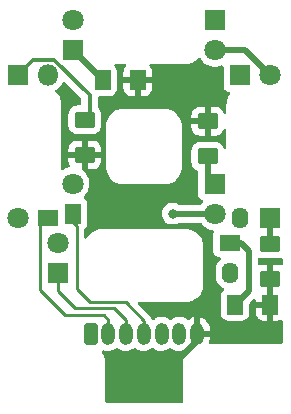
<source format=gbr>
%TF.GenerationSoftware,KiCad,Pcbnew,(6.0.7)*%
%TF.CreationDate,2022-08-28T13:45:58-07:00*%
%TF.ProjectId,cluster,636c7573-7465-4722-9e6b-696361645f70,rev?*%
%TF.SameCoordinates,Original*%
%TF.FileFunction,Copper,L2,Bot*%
%TF.FilePolarity,Positive*%
%FSLAX46Y46*%
G04 Gerber Fmt 4.6, Leading zero omitted, Abs format (unit mm)*
G04 Created by KiCad (PCBNEW (6.0.7)) date 2022-08-28 13:45:58*
%MOMM*%
%LPD*%
G01*
G04 APERTURE LIST*
G04 Aperture macros list*
%AMRoundRect*
0 Rectangle with rounded corners*
0 $1 Rounding radius*
0 $2 $3 $4 $5 $6 $7 $8 $9 X,Y pos of 4 corners*
0 Add a 4 corners polygon primitive as box body*
4,1,4,$2,$3,$4,$5,$6,$7,$8,$9,$2,$3,0*
0 Add four circle primitives for the rounded corners*
1,1,$1+$1,$2,$3*
1,1,$1+$1,$4,$5*
1,1,$1+$1,$6,$7*
1,1,$1+$1,$8,$9*
0 Add four rect primitives between the rounded corners*
20,1,$1+$1,$2,$3,$4,$5,0*
20,1,$1+$1,$4,$5,$6,$7,0*
20,1,$1+$1,$6,$7,$8,$9,0*
20,1,$1+$1,$8,$9,$2,$3,0*%
G04 Aperture macros list end*
%TA.AperFunction,SMDPad,CuDef*%
%ADD10RoundRect,0.250001X0.462499X0.624999X-0.462499X0.624999X-0.462499X-0.624999X0.462499X-0.624999X0*%
%TD*%
%TA.AperFunction,ComponentPad*%
%ADD11C,1.800000*%
%TD*%
%TA.AperFunction,ComponentPad*%
%ADD12R,1.400000X1.800000*%
%TD*%
%TA.AperFunction,ComponentPad*%
%ADD13O,1.170000X1.870000*%
%TD*%
%TA.AperFunction,ComponentPad*%
%ADD14RoundRect,0.250380X-0.334620X-0.684620X0.334620X-0.684620X0.334620X0.684620X-0.334620X0.684620X0*%
%TD*%
%TA.AperFunction,ComponentPad*%
%ADD15R,1.800000X1.800000*%
%TD*%
%TA.AperFunction,SMDPad,CuDef*%
%ADD16RoundRect,0.250001X-0.624999X0.462499X-0.624999X-0.462499X0.624999X-0.462499X0.624999X0.462499X0*%
%TD*%
%TA.AperFunction,SMDPad,CuDef*%
%ADD17RoundRect,0.250001X0.624999X-0.462499X0.624999X0.462499X-0.624999X0.462499X-0.624999X-0.462499X0*%
%TD*%
%TA.AperFunction,ComponentPad*%
%ADD18O,1.400000X1.800000*%
%TD*%
%TA.AperFunction,ComponentPad*%
%ADD19R,1.800000X1.400000*%
%TD*%
%TA.AperFunction,ComponentPad*%
%ADD20O,1.800000X1.800000*%
%TD*%
%TA.AperFunction,ViaPad*%
%ADD21C,0.800000*%
%TD*%
%TA.AperFunction,Conductor*%
%ADD22C,0.500000*%
%TD*%
%TA.AperFunction,Conductor*%
%ADD23C,0.350000*%
%TD*%
%TA.AperFunction,Conductor*%
%ADD24C,0.250000*%
%TD*%
G04 APERTURE END LIST*
D10*
%TO.P,R4,1*%
%TO.N,GND*%
X161940000Y-69935000D03*
%TO.P,R4,2*%
%TO.N,Net-(IR4-Pad1)*%
X158965000Y-69935000D03*
%TD*%
D11*
%TO.P,PT3,2*%
%TO.N,+5V*%
X156425000Y-78705000D03*
D12*
%TO.P,PT3,1*%
%TO.N,C3*%
X156425000Y-81245000D03*
%TD*%
D13*
%TO.P,J1,2*%
%TO.N,C1*%
X159450000Y-91420000D03*
%TO.P,J1,3*%
%TO.N,C2*%
X160950000Y-91420000D03*
%TO.P,J1,5*%
%TO.N,C4*%
X163950000Y-91420000D03*
%TO.P,J1,4*%
%TO.N,C3*%
X162450000Y-91420000D03*
%TO.P,J1,6*%
%TO.N,C5*%
X165450000Y-91420000D03*
D14*
%TO.P,J1,1*%
%TO.N,+5V*%
X157950000Y-91420000D03*
D13*
%TO.P,J1,7*%
%TO.N,GND*%
X166950000Y-91420000D03*
%TD*%
D11*
%TO.P,IR3,2*%
%TO.N,+5V*%
X168475000Y-81245000D03*
D15*
%TO.P,IR3,1*%
%TO.N,Net-(IR3-Pad1)*%
X168475000Y-78705000D03*
%TD*%
D11*
%TO.P,IR4,2*%
%TO.N,+5V*%
X156425000Y-64855000D03*
D15*
%TO.P,IR4,1*%
%TO.N,Net-(IR4-Pad1)*%
X156425000Y-67395000D03*
%TD*%
D16*
%TO.P,R3,2*%
%TO.N,Net-(IR3-Pad1)*%
X167855000Y-76382500D03*
%TO.P,R3,1*%
%TO.N,GND*%
X167855000Y-73407500D03*
%TD*%
D11*
%TO.P,PT4,2*%
%TO.N,+5V*%
X168475000Y-67395000D03*
D15*
%TO.P,PT4,1*%
%TO.N,C4*%
X168475000Y-64855000D03*
%TD*%
D11*
%TO.P,PT2,2*%
%TO.N,+5V*%
X155175000Y-83705000D03*
D15*
%TO.P,PT2,1*%
%TO.N,C2*%
X155175000Y-86245000D03*
%TD*%
D17*
%TO.P,R1,2*%
%TO.N,Net-(IR1-Pad1)*%
X157449999Y-73300000D03*
%TO.P,R1,1*%
%TO.N,GND*%
X157449999Y-76275000D03*
%TD*%
D10*
%TO.P,R2,1*%
%TO.N,GND*%
X173135000Y-88955000D03*
%TO.P,R2,2*%
%TO.N,Net-(IR2-Pad1)*%
X170160000Y-88955000D03*
%TD*%
D18*
%TO.P,IR2,2*%
%TO.N,+5V*%
X169725000Y-86245000D03*
D19*
%TO.P,IR2,1*%
%TO.N,Net-(IR2-Pad1)*%
X169725000Y-83705000D03*
%TD*%
D11*
%TO.P,PT5,2*%
%TO.N,+5V*%
X173145000Y-69525000D03*
D15*
%TO.P,PT5,1*%
%TO.N,C5*%
X170605000Y-69525000D03*
%TD*%
D11*
%TO.P,PT1,2*%
%TO.N,+5V*%
X151755000Y-81575000D03*
D19*
%TO.P,PT1,1*%
%TO.N,C1*%
X154295000Y-81575000D03*
%TD*%
D17*
%TO.P,R5,2*%
%TO.N,Net-(IR5-Pad1)*%
X173135000Y-83805000D03*
%TO.P,R5,1*%
%TO.N,GND*%
X173135000Y-86780000D03*
%TD*%
D18*
%TO.P,IR5,2*%
%TO.N,+5V*%
X170605000Y-81575000D03*
D15*
%TO.P,IR5,1*%
%TO.N,Net-(IR5-Pad1)*%
X173145000Y-81575000D03*
%TD*%
D20*
%TO.P,IR1,2*%
%TO.N,+5V*%
X154295000Y-69525000D03*
D15*
%TO.P,IR1,1*%
%TO.N,Net-(IR1-Pad1)*%
X151755000Y-69525000D03*
%TD*%
D21*
%TO.N,+5V*%
X164875008Y-81245000D03*
%TD*%
D22*
%TO.N,+5V*%
X171015000Y-67395000D02*
X173145000Y-69525000D01*
X168475000Y-67395000D02*
X171015000Y-67395000D01*
X168475000Y-81245000D02*
X164875008Y-81245000D01*
D23*
%TO.N,Net-(IR1-Pad1)*%
X157849999Y-71220000D02*
X157849999Y-73300000D01*
X154829999Y-68200000D02*
X157849999Y-71220000D01*
X153080000Y-68200000D02*
X154829999Y-68200000D01*
X151755000Y-69525000D02*
X153080000Y-68200000D01*
D22*
%TO.N,Net-(IR2-Pad1)*%
X171350000Y-84400001D02*
X171350000Y-87765000D01*
X169725000Y-83705000D02*
X170654999Y-83705000D01*
X170654999Y-83705000D02*
X171350000Y-84400001D01*
X171350000Y-87765000D02*
X170160000Y-88955000D01*
D24*
%TO.N,Net-(IR3-Pad1)*%
X167855000Y-78085000D02*
X168475000Y-78705000D01*
D22*
X167855000Y-76382500D02*
X167855000Y-78085000D01*
%TO.N,Net-(IR4-Pad1)*%
X156425000Y-67395000D02*
X158965000Y-69935000D01*
D24*
%TO.N,Net-(IR5-Pad1)*%
X173135000Y-81585000D02*
X173145000Y-81575000D01*
D22*
X173135000Y-83805000D02*
X173135000Y-81585000D01*
D24*
%TO.N,C1*%
X154295000Y-81575000D02*
X153675000Y-82195000D01*
X155775000Y-89845000D02*
X159060000Y-89845000D01*
X159060000Y-89845000D02*
X159450000Y-90235000D01*
X153675000Y-82195000D02*
X153675000Y-87745000D01*
X159450000Y-90235000D02*
X159450000Y-91420000D01*
X159449999Y-90610000D02*
X159449999Y-90619999D01*
X153675000Y-87745000D02*
X155775000Y-89845000D01*
%TO.N,C2*%
X156645000Y-89245000D02*
X159927500Y-89245000D01*
X155175000Y-86245000D02*
X155175000Y-87775000D01*
X160950000Y-90267500D02*
X160950000Y-91420000D01*
X155175000Y-87775000D02*
X156645000Y-89245000D01*
X159927500Y-89245000D02*
X160950000Y-90267500D01*
%TO.N,C3*%
X157895000Y-88745000D02*
X160895000Y-88745000D01*
X156425000Y-81975000D02*
X156750000Y-82300000D01*
X156750000Y-82300000D02*
X156750000Y-87600000D01*
X162450000Y-90300000D02*
X162450000Y-91420000D01*
X160895000Y-88745000D02*
X162450000Y-90300000D01*
X156750000Y-87600000D02*
X157895000Y-88745000D01*
D22*
%TO.N,GND*%
X162550000Y-96270000D02*
X162450000Y-96270000D01*
D24*
X156835000Y-75875000D02*
X156874999Y-75875000D01*
D22*
X166950000Y-91770000D02*
X166950000Y-91870000D01*
X166950000Y-92000000D02*
X162450000Y-96500000D01*
D24*
X166950000Y-91420000D02*
X166950000Y-92000000D01*
%TD*%
%TA.AperFunction,Conductor*%
%TO.N,GND*%
G36*
X164762776Y-92624452D02*
G01*
X164782156Y-92638290D01*
X164812113Y-92664285D01*
X164992726Y-92768772D01*
X165066732Y-92794471D01*
X165184182Y-92835257D01*
X165184186Y-92835258D01*
X165189839Y-92837221D01*
X165309597Y-92854586D01*
X165390400Y-92866302D01*
X165390403Y-92866302D01*
X165396340Y-92867163D01*
X165604776Y-92857515D01*
X165743549Y-92824071D01*
X165801795Y-92810034D01*
X165801797Y-92810033D01*
X165807628Y-92808628D01*
X165816797Y-92804459D01*
X165887087Y-92794471D01*
X165951619Y-92824071D01*
X165989904Y-92883860D01*
X165989787Y-92954857D01*
X165977305Y-92982129D01*
X165977728Y-92982360D01*
X165874315Y-93171746D01*
X165851546Y-93232792D01*
X165821373Y-93313691D01*
X165798908Y-93373921D01*
X165753041Y-93584770D01*
X165745470Y-93690631D01*
X165739988Y-93767275D01*
X165738808Y-93777675D01*
X165737690Y-93784851D01*
X165737690Y-93784855D01*
X165736309Y-93793724D01*
X165737473Y-93802626D01*
X165737473Y-93802628D01*
X165740436Y-93825283D01*
X165741500Y-93841621D01*
X165741500Y-97119000D01*
X165721498Y-97187121D01*
X165667842Y-97233614D01*
X165615500Y-97245000D01*
X159284500Y-97245000D01*
X159216379Y-97224998D01*
X159169886Y-97171342D01*
X159158500Y-97119000D01*
X159158500Y-93853250D01*
X159160246Y-93832345D01*
X159162770Y-93817344D01*
X159162770Y-93817341D01*
X159163576Y-93812552D01*
X159163729Y-93800000D01*
X159161611Y-93785210D01*
X159160662Y-93776357D01*
X159147280Y-93589258D01*
X159146959Y-93584770D01*
X159101092Y-93373921D01*
X159078628Y-93313691D01*
X159048454Y-93232792D01*
X159025685Y-93171746D01*
X158922272Y-92982360D01*
X158921735Y-92981643D01*
X158901991Y-92914397D01*
X158921994Y-92846277D01*
X158975650Y-92799785D01*
X159045924Y-92789682D01*
X159069322Y-92795370D01*
X159189839Y-92837221D01*
X159309597Y-92854586D01*
X159390400Y-92866302D01*
X159390403Y-92866302D01*
X159396340Y-92867163D01*
X159604776Y-92857515D01*
X159743549Y-92824071D01*
X159801795Y-92810034D01*
X159801797Y-92810033D01*
X159807628Y-92808628D01*
X159813086Y-92806146D01*
X159813090Y-92806145D01*
X159978144Y-92731099D01*
X159997576Y-92722264D01*
X160088398Y-92657839D01*
X160126677Y-92630686D01*
X160193811Y-92607588D01*
X160262776Y-92624452D01*
X160282156Y-92638290D01*
X160312113Y-92664285D01*
X160492726Y-92768772D01*
X160566732Y-92794471D01*
X160684182Y-92835257D01*
X160684186Y-92835258D01*
X160689839Y-92837221D01*
X160809597Y-92854586D01*
X160890400Y-92866302D01*
X160890403Y-92866302D01*
X160896340Y-92867163D01*
X161104776Y-92857515D01*
X161243549Y-92824071D01*
X161301795Y-92810034D01*
X161301797Y-92810033D01*
X161307628Y-92808628D01*
X161313086Y-92806146D01*
X161313090Y-92806145D01*
X161478144Y-92731099D01*
X161497576Y-92722264D01*
X161588398Y-92657839D01*
X161626677Y-92630686D01*
X161693811Y-92607588D01*
X161762776Y-92624452D01*
X161782156Y-92638290D01*
X161812113Y-92664285D01*
X161992726Y-92768772D01*
X162066732Y-92794471D01*
X162184182Y-92835257D01*
X162184186Y-92835258D01*
X162189839Y-92837221D01*
X162309597Y-92854586D01*
X162390400Y-92866302D01*
X162390403Y-92866302D01*
X162396340Y-92867163D01*
X162604776Y-92857515D01*
X162743549Y-92824071D01*
X162801795Y-92810034D01*
X162801797Y-92810033D01*
X162807628Y-92808628D01*
X162813086Y-92806146D01*
X162813090Y-92806145D01*
X162978144Y-92731099D01*
X162997576Y-92722264D01*
X163088398Y-92657839D01*
X163126677Y-92630686D01*
X163193811Y-92607588D01*
X163262776Y-92624452D01*
X163282156Y-92638290D01*
X163312113Y-92664285D01*
X163492726Y-92768772D01*
X163566732Y-92794471D01*
X163684182Y-92835257D01*
X163684186Y-92835258D01*
X163689839Y-92837221D01*
X163809597Y-92854586D01*
X163890400Y-92866302D01*
X163890403Y-92866302D01*
X163896340Y-92867163D01*
X164104776Y-92857515D01*
X164243549Y-92824071D01*
X164301795Y-92810034D01*
X164301797Y-92810033D01*
X164307628Y-92808628D01*
X164313086Y-92806146D01*
X164313090Y-92806145D01*
X164478144Y-92731099D01*
X164497576Y-92722264D01*
X164588398Y-92657839D01*
X164626677Y-92630686D01*
X164693811Y-92607588D01*
X164762776Y-92624452D01*
G37*
%TD.AperFunction*%
%TA.AperFunction,Conductor*%
G36*
X167200393Y-68062114D02*
G01*
X167257229Y-68104661D01*
X167263791Y-68114330D01*
X167334501Y-68229719D01*
X167486147Y-68404784D01*
X167664349Y-68552730D01*
X167864322Y-68669584D01*
X168080694Y-68752209D01*
X168085760Y-68753240D01*
X168085761Y-68753240D01*
X168138846Y-68764040D01*
X168307656Y-68798385D01*
X168438324Y-68803176D01*
X168533949Y-68806683D01*
X168533953Y-68806683D01*
X168539113Y-68806872D01*
X168544233Y-68806216D01*
X168544235Y-68806216D01*
X168617270Y-68796860D01*
X168768847Y-68777442D01*
X168773795Y-68775957D01*
X168773802Y-68775956D01*
X168985747Y-68712369D01*
X168990690Y-68710886D01*
X169015067Y-68698944D01*
X169085040Y-68686937D01*
X169150398Y-68714666D01*
X169190388Y-68773329D01*
X169196500Y-68812095D01*
X169196500Y-70473134D01*
X169203255Y-70535316D01*
X169254385Y-70671705D01*
X169341739Y-70788261D01*
X169458295Y-70875615D01*
X169594684Y-70926745D01*
X169602536Y-70927598D01*
X169602540Y-70927599D01*
X169646059Y-70932326D01*
X169711622Y-70959568D01*
X169752048Y-71017931D01*
X169754504Y-71088885D01*
X169733321Y-71133097D01*
X169677728Y-71207360D01*
X169574315Y-71396746D01*
X169551546Y-71457792D01*
X169521373Y-71538691D01*
X169498908Y-71598921D01*
X169453041Y-71809770D01*
X169445470Y-71915631D01*
X169439988Y-71992275D01*
X169438808Y-72002675D01*
X169437690Y-72009851D01*
X169437690Y-72009855D01*
X169436309Y-72018724D01*
X169437473Y-72027626D01*
X169437473Y-72027628D01*
X169440436Y-72050283D01*
X169441500Y-72066621D01*
X169441500Y-72655975D01*
X169421498Y-72724096D01*
X169367842Y-72770589D01*
X169297568Y-72780693D01*
X169232988Y-72751199D01*
X169195976Y-72695850D01*
X169173413Y-72628219D01*
X169167238Y-72615038D01*
X169081937Y-72477193D01*
X169072901Y-72465792D01*
X168958170Y-72351261D01*
X168946759Y-72342249D01*
X168808755Y-72257182D01*
X168795577Y-72251038D01*
X168641284Y-72199861D01*
X168627919Y-72196995D01*
X168533561Y-72187328D01*
X168527144Y-72187000D01*
X168127115Y-72187000D01*
X168111876Y-72191475D01*
X168110671Y-72192865D01*
X168109000Y-72200548D01*
X168109000Y-74609885D01*
X168113475Y-74625124D01*
X168114865Y-74626329D01*
X168122548Y-74628000D01*
X168527096Y-74628000D01*
X168533611Y-74627663D01*
X168629203Y-74617744D01*
X168642602Y-74614850D01*
X168796783Y-74563412D01*
X168809962Y-74557238D01*
X168947807Y-74471937D01*
X168959208Y-74462901D01*
X169073739Y-74348170D01*
X169082751Y-74336759D01*
X169167818Y-74198755D01*
X169173962Y-74185577D01*
X169195907Y-74119417D01*
X169236338Y-74061057D01*
X169301902Y-74033820D01*
X169371784Y-74046354D01*
X169423795Y-74094678D01*
X169441500Y-74159084D01*
X169441500Y-75629392D01*
X169421498Y-75697513D01*
X169367842Y-75744006D01*
X169297568Y-75754110D01*
X169232988Y-75724616D01*
X169195977Y-75669269D01*
X169173870Y-75603008D01*
X169173869Y-75603006D01*
X169171550Y-75596055D01*
X169078478Y-75445652D01*
X168953303Y-75320695D01*
X168947072Y-75316854D01*
X168808968Y-75231725D01*
X168808966Y-75231724D01*
X168802738Y-75227885D01*
X168642254Y-75174655D01*
X168641389Y-75174368D01*
X168641387Y-75174368D01*
X168634861Y-75172203D01*
X168628025Y-75171503D01*
X168628022Y-75171502D01*
X168584969Y-75167091D01*
X168530400Y-75161500D01*
X167179600Y-75161500D01*
X167176354Y-75161837D01*
X167176350Y-75161837D01*
X167080693Y-75171762D01*
X167080689Y-75171763D01*
X167073835Y-75172474D01*
X167067299Y-75174655D01*
X167067297Y-75174655D01*
X166959669Y-75210563D01*
X166906055Y-75228450D01*
X166755652Y-75321522D01*
X166630695Y-75446697D01*
X166626855Y-75452927D01*
X166626854Y-75452928D01*
X166600479Y-75495717D01*
X166537885Y-75597262D01*
X166482203Y-75765139D01*
X166471500Y-75869600D01*
X166471500Y-76895400D01*
X166482474Y-77001165D01*
X166484655Y-77007701D01*
X166484655Y-77007703D01*
X166504190Y-77066255D01*
X166538450Y-77168945D01*
X166631522Y-77319348D01*
X166756697Y-77444305D01*
X166762927Y-77448145D01*
X166762928Y-77448146D01*
X166892167Y-77527810D01*
X166907262Y-77537115D01*
X166987419Y-77563702D01*
X167045778Y-77604131D01*
X167073015Y-77669695D01*
X167073014Y-77696902D01*
X167066500Y-77756866D01*
X167066500Y-79653134D01*
X167073255Y-79715316D01*
X167124385Y-79851705D01*
X167211739Y-79968261D01*
X167328295Y-80055615D01*
X167336704Y-80058767D01*
X167336705Y-80058768D01*
X167396164Y-80081058D01*
X167452929Y-80123699D01*
X167477629Y-80190261D01*
X167462422Y-80259609D01*
X167443029Y-80286091D01*
X167376639Y-80355564D01*
X167360726Y-80378891D01*
X167324835Y-80431505D01*
X167269923Y-80476507D01*
X167220747Y-80486500D01*
X165417595Y-80486500D01*
X165343536Y-80462437D01*
X165337106Y-80457765D01*
X165337099Y-80457761D01*
X165331760Y-80453882D01*
X165325732Y-80451198D01*
X165325730Y-80451197D01*
X165163327Y-80378891D01*
X165163326Y-80378891D01*
X165157296Y-80376206D01*
X165060184Y-80355564D01*
X164976952Y-80337872D01*
X164976947Y-80337872D01*
X164970495Y-80336500D01*
X164779521Y-80336500D01*
X164773069Y-80337872D01*
X164773064Y-80337872D01*
X164689832Y-80355564D01*
X164592720Y-80376206D01*
X164586690Y-80378891D01*
X164586689Y-80378891D01*
X164424286Y-80451197D01*
X164424284Y-80451198D01*
X164418256Y-80453882D01*
X164412915Y-80457762D01*
X164412914Y-80457763D01*
X164387115Y-80476507D01*
X164263755Y-80566134D01*
X164259334Y-80571044D01*
X164259333Y-80571045D01*
X164248119Y-80583500D01*
X164135968Y-80708056D01*
X164040481Y-80873444D01*
X163981466Y-81055072D01*
X163961504Y-81245000D01*
X163981466Y-81434928D01*
X164040481Y-81616556D01*
X164135968Y-81781944D01*
X164263755Y-81923866D01*
X164362851Y-81995864D01*
X164412912Y-82032235D01*
X164418256Y-82036118D01*
X164424284Y-82038802D01*
X164424286Y-82038803D01*
X164524952Y-82083622D01*
X164592720Y-82113794D01*
X164686120Y-82133647D01*
X164773064Y-82152128D01*
X164773069Y-82152128D01*
X164779521Y-82153500D01*
X164970495Y-82153500D01*
X164976947Y-82152128D01*
X164976952Y-82152128D01*
X165063895Y-82133647D01*
X165157296Y-82113794D01*
X165225064Y-82083622D01*
X165325730Y-82038803D01*
X165325732Y-82038802D01*
X165331760Y-82036118D01*
X165337099Y-82032239D01*
X165337106Y-82032235D01*
X165343536Y-82027563D01*
X165417595Y-82003500D01*
X167217230Y-82003500D01*
X167285351Y-82023502D01*
X167324662Y-82063665D01*
X167331798Y-82075309D01*
X167331801Y-82075314D01*
X167334501Y-82079719D01*
X167486147Y-82254784D01*
X167664349Y-82402730D01*
X167864322Y-82519584D01*
X167869147Y-82521426D01*
X167869148Y-82521427D01*
X167915471Y-82539116D01*
X168080694Y-82602209D01*
X168085755Y-82603239D01*
X168085770Y-82603243D01*
X168263246Y-82639351D01*
X168326011Y-82672532D01*
X168360873Y-82734380D01*
X168356107Y-82807050D01*
X168326029Y-82887282D01*
X168326027Y-82887288D01*
X168323255Y-82894684D01*
X168316500Y-82956866D01*
X168316500Y-84453134D01*
X168323255Y-84515316D01*
X168374385Y-84651705D01*
X168461739Y-84768261D01*
X168578295Y-84855615D01*
X168714684Y-84906745D01*
X168776866Y-84913500D01*
X168843105Y-84913500D01*
X168911226Y-84933502D01*
X168957719Y-84987158D01*
X168967823Y-85057432D01*
X168938329Y-85122012D01*
X168919811Y-85139460D01*
X168903689Y-85151831D01*
X168758503Y-85311389D01*
X168755522Y-85316141D01*
X168648063Y-85487445D01*
X168643866Y-85494135D01*
X168563403Y-85694293D01*
X168519656Y-85905537D01*
X168516500Y-85960275D01*
X168516500Y-86499735D01*
X168530792Y-86659872D01*
X168587716Y-86867952D01*
X168680589Y-87062663D01*
X168806474Y-87237851D01*
X168961392Y-87387977D01*
X169140447Y-87508297D01*
X169184239Y-87527520D01*
X169238572Y-87573215D01*
X169259577Y-87641033D01*
X169240583Y-87709441D01*
X169222764Y-87731910D01*
X169103366Y-87851516D01*
X169103362Y-87851521D01*
X169098195Y-87856697D01*
X169094355Y-87862927D01*
X169094354Y-87862928D01*
X169010729Y-87998593D01*
X169005385Y-88007262D01*
X169001943Y-88017640D01*
X168957815Y-88150683D01*
X168949703Y-88175139D01*
X168949003Y-88181975D01*
X168949002Y-88181978D01*
X168948312Y-88188715D01*
X168939000Y-88279600D01*
X168939000Y-89630400D01*
X168939337Y-89633646D01*
X168939337Y-89633650D01*
X168949252Y-89729203D01*
X168949974Y-89736165D01*
X169005950Y-89903945D01*
X169099022Y-90054348D01*
X169224197Y-90179305D01*
X169230427Y-90183145D01*
X169230428Y-90183146D01*
X169367590Y-90267694D01*
X169374762Y-90272115D01*
X169397362Y-90279611D01*
X169536111Y-90325632D01*
X169536113Y-90325632D01*
X169542639Y-90327797D01*
X169549475Y-90328497D01*
X169549478Y-90328498D01*
X169592531Y-90332909D01*
X169647100Y-90338500D01*
X170672900Y-90338500D01*
X170676146Y-90338163D01*
X170676150Y-90338163D01*
X170771807Y-90328238D01*
X170771811Y-90328237D01*
X170778665Y-90327526D01*
X170785201Y-90325345D01*
X170785203Y-90325345D01*
X170922283Y-90279611D01*
X170946445Y-90271550D01*
X171096848Y-90178478D01*
X171221805Y-90053303D01*
X171235324Y-90031372D01*
X171310775Y-89908968D01*
X171310776Y-89908966D01*
X171314615Y-89902738D01*
X171367696Y-89742703D01*
X171368132Y-89741389D01*
X171368132Y-89741387D01*
X171370297Y-89734861D01*
X171381000Y-89630400D01*
X171381000Y-89627096D01*
X171914500Y-89627096D01*
X171914837Y-89633611D01*
X171924756Y-89729203D01*
X171927650Y-89742602D01*
X171979088Y-89896783D01*
X171985262Y-89909962D01*
X172070563Y-90047807D01*
X172079599Y-90059208D01*
X172194330Y-90173739D01*
X172205741Y-90182751D01*
X172343745Y-90267818D01*
X172356923Y-90273962D01*
X172511216Y-90325139D01*
X172524581Y-90328005D01*
X172618939Y-90337672D01*
X172625355Y-90338000D01*
X172862885Y-90338000D01*
X172878124Y-90333525D01*
X172879329Y-90332135D01*
X172881000Y-90324452D01*
X172881000Y-89227115D01*
X172876525Y-89211876D01*
X172875135Y-89210671D01*
X172867452Y-89209000D01*
X171932615Y-89209000D01*
X171917376Y-89213475D01*
X171916171Y-89214865D01*
X171914500Y-89222548D01*
X171914500Y-89627096D01*
X171381000Y-89627096D01*
X171381000Y-88858871D01*
X171401002Y-88790750D01*
X171417905Y-88769776D01*
X171699405Y-88488276D01*
X171761717Y-88454250D01*
X171832532Y-88459315D01*
X171889368Y-88501862D01*
X171914179Y-88568382D01*
X171914500Y-88577371D01*
X171914500Y-88682885D01*
X171918975Y-88698124D01*
X171920365Y-88699329D01*
X171928048Y-88701000D01*
X172862885Y-88701000D01*
X172878124Y-88696525D01*
X172879329Y-88695135D01*
X172881000Y-88687452D01*
X172881000Y-85577615D01*
X172876525Y-85562376D01*
X172875135Y-85561171D01*
X172867452Y-85559500D01*
X172462904Y-85559500D01*
X172456389Y-85559837D01*
X172360797Y-85569756D01*
X172347398Y-85572650D01*
X172274376Y-85597012D01*
X172203427Y-85599596D01*
X172142343Y-85563413D01*
X172110518Y-85499948D01*
X172108500Y-85477488D01*
X172108500Y-85108033D01*
X172128502Y-85039912D01*
X172182158Y-84993419D01*
X172252432Y-84983315D01*
X172274167Y-84988440D01*
X172348611Y-85013132D01*
X172348613Y-85013132D01*
X172355139Y-85015297D01*
X172361975Y-85015997D01*
X172361978Y-85015998D01*
X172405031Y-85020409D01*
X172459600Y-85026000D01*
X173810400Y-85026000D01*
X173813646Y-85025663D01*
X173813650Y-85025663D01*
X173909307Y-85015738D01*
X173909311Y-85015737D01*
X173916165Y-85015026D01*
X173922707Y-85012843D01*
X173922709Y-85012843D01*
X174025623Y-84978508D01*
X174096573Y-84975922D01*
X174157657Y-85012106D01*
X174189482Y-85075570D01*
X174191500Y-85098031D01*
X174191500Y-85487445D01*
X174171498Y-85555566D01*
X174117842Y-85602059D01*
X174047568Y-85612163D01*
X174025833Y-85607038D01*
X173921284Y-85572361D01*
X173907919Y-85569495D01*
X173813561Y-85559828D01*
X173807144Y-85559500D01*
X173407115Y-85559500D01*
X173391876Y-85563975D01*
X173390671Y-85565365D01*
X173389000Y-85573048D01*
X173389000Y-90319885D01*
X173393475Y-90335124D01*
X173394865Y-90336329D01*
X173402548Y-90338000D01*
X173644596Y-90338000D01*
X173651111Y-90337663D01*
X173746703Y-90327744D01*
X173760102Y-90324850D01*
X173914283Y-90273412D01*
X173927461Y-90267238D01*
X173999197Y-90222847D01*
X174067649Y-90204009D01*
X174135419Y-90225170D01*
X174180990Y-90279611D01*
X174191500Y-90329991D01*
X174191500Y-92165500D01*
X174171498Y-92233621D01*
X174117842Y-92280114D01*
X174065500Y-92291500D01*
X168104889Y-92291500D01*
X168036768Y-92271498D01*
X167990275Y-92217842D01*
X167980171Y-92147568D01*
X167988023Y-92118402D01*
X168000514Y-92087409D01*
X168003907Y-92075955D01*
X168041864Y-91881589D01*
X168042935Y-91872769D01*
X168043000Y-91870111D01*
X168043000Y-91692115D01*
X168038525Y-91676876D01*
X168037135Y-91675671D01*
X168029452Y-91674000D01*
X166822000Y-91674000D01*
X166753879Y-91653998D01*
X166707386Y-91600342D01*
X166696000Y-91548000D01*
X166696000Y-91147885D01*
X167204000Y-91147885D01*
X167208475Y-91163124D01*
X167209865Y-91164329D01*
X167217548Y-91166000D01*
X168024885Y-91166000D01*
X168040124Y-91161525D01*
X168041329Y-91160135D01*
X168043000Y-91152452D01*
X168043000Y-91020880D01*
X168042715Y-91014903D01*
X168028733Y-90868355D01*
X168026473Y-90856617D01*
X167971142Y-90668013D01*
X167966701Y-90656910D01*
X167876701Y-90482162D01*
X167870251Y-90472116D01*
X167748826Y-90317534D01*
X167740589Y-90308885D01*
X167592127Y-90180055D01*
X167582403Y-90173120D01*
X167412261Y-90074690D01*
X167401397Y-90069716D01*
X167217022Y-90005690D01*
X167207992Y-90006977D01*
X167204000Y-90020544D01*
X167204000Y-91147885D01*
X166696000Y-91147885D01*
X166696000Y-90025027D01*
X166692027Y-90011496D01*
X166682601Y-90010141D01*
X166598368Y-90030441D01*
X166587073Y-90034330D01*
X166408129Y-90115692D01*
X166397787Y-90121639D01*
X166273712Y-90209651D01*
X166206578Y-90232749D01*
X166137613Y-90215885D01*
X166118232Y-90202047D01*
X166092417Y-90179646D01*
X166087887Y-90175715D01*
X165907274Y-90071228D01*
X165799651Y-90033855D01*
X165715818Y-90004743D01*
X165715814Y-90004742D01*
X165710161Y-90002779D01*
X165579889Y-89983890D01*
X165509600Y-89973698D01*
X165509597Y-89973698D01*
X165503660Y-89972837D01*
X165295224Y-89982485D01*
X165193597Y-90006977D01*
X165098205Y-90029966D01*
X165098203Y-90029967D01*
X165092372Y-90031372D01*
X165086914Y-90033854D01*
X165086910Y-90033855D01*
X165004713Y-90071228D01*
X164902424Y-90117736D01*
X164896922Y-90121639D01*
X164773323Y-90209314D01*
X164706189Y-90232412D01*
X164637224Y-90215548D01*
X164617842Y-90201709D01*
X164592417Y-90179646D01*
X164587887Y-90175715D01*
X164407274Y-90071228D01*
X164299651Y-90033855D01*
X164215818Y-90004743D01*
X164215814Y-90004742D01*
X164210161Y-90002779D01*
X164079889Y-89983890D01*
X164009600Y-89973698D01*
X164009597Y-89973698D01*
X164003660Y-89972837D01*
X163795224Y-89982485D01*
X163693597Y-90006977D01*
X163598205Y-90029966D01*
X163598203Y-90029967D01*
X163592372Y-90031372D01*
X163586914Y-90033854D01*
X163586910Y-90033855D01*
X163504713Y-90071228D01*
X163402424Y-90117736D01*
X163396922Y-90121639D01*
X163273323Y-90209314D01*
X163206189Y-90232412D01*
X163137224Y-90215548D01*
X163117840Y-90201707D01*
X163102370Y-90188282D01*
X163067801Y-90139502D01*
X163052200Y-90100098D01*
X163048355Y-90088870D01*
X163044235Y-90074690D01*
X163036018Y-90046407D01*
X163026576Y-90030441D01*
X163025707Y-90028972D01*
X163017012Y-90011224D01*
X163009552Y-89992383D01*
X162983564Y-89956613D01*
X162977048Y-89946693D01*
X162958580Y-89915465D01*
X162958578Y-89915462D01*
X162954542Y-89908638D01*
X162940221Y-89894317D01*
X162927380Y-89879283D01*
X162920131Y-89869306D01*
X162915472Y-89862893D01*
X162881395Y-89834702D01*
X162872626Y-89826722D01*
X161969498Y-88923593D01*
X161935474Y-88861283D01*
X161940539Y-88790467D01*
X161983086Y-88733632D01*
X162049606Y-88708821D01*
X162058595Y-88708500D01*
X165921750Y-88708500D01*
X165942655Y-88710246D01*
X165957656Y-88712770D01*
X165957659Y-88712770D01*
X165962448Y-88713576D01*
X165968687Y-88713652D01*
X165970140Y-88713670D01*
X165970143Y-88713670D01*
X165975000Y-88713729D01*
X165989790Y-88711611D01*
X165998643Y-88710662D01*
X166185742Y-88697280D01*
X166190230Y-88696959D01*
X166254928Y-88682885D01*
X166396682Y-88652049D01*
X166396689Y-88652047D01*
X166401079Y-88651092D01*
X166405294Y-88649520D01*
X166405297Y-88649519D01*
X166502167Y-88613388D01*
X166603254Y-88575685D01*
X166792640Y-88472272D01*
X166965381Y-88342960D01*
X167117960Y-88190381D01*
X167247272Y-88017640D01*
X167350685Y-87828254D01*
X167402657Y-87688910D01*
X167424519Y-87630297D01*
X167424520Y-87630294D01*
X167426092Y-87626079D01*
X167447533Y-87527518D01*
X167471003Y-87419624D01*
X167471959Y-87415230D01*
X167484459Y-87240465D01*
X167485884Y-87228554D01*
X167487769Y-87217352D01*
X167487770Y-87217345D01*
X167488576Y-87212552D01*
X167488729Y-87200000D01*
X167484773Y-87172376D01*
X167483500Y-87154514D01*
X167483500Y-84103250D01*
X167485246Y-84082345D01*
X167487770Y-84067344D01*
X167487770Y-84067341D01*
X167488576Y-84062552D01*
X167488729Y-84050000D01*
X167486611Y-84035210D01*
X167485662Y-84026357D01*
X167472280Y-83839258D01*
X167471959Y-83834770D01*
X167426092Y-83623921D01*
X167403628Y-83563691D01*
X167352258Y-83425964D01*
X167350685Y-83421746D01*
X167247272Y-83232360D01*
X167117960Y-83059619D01*
X166965381Y-82907040D01*
X166792640Y-82777728D01*
X166603254Y-82674315D01*
X166412702Y-82603243D01*
X166405297Y-82600481D01*
X166405294Y-82600480D01*
X166401079Y-82598908D01*
X166396689Y-82597953D01*
X166396682Y-82597951D01*
X166241771Y-82564253D01*
X166190230Y-82553041D01*
X166015465Y-82540541D01*
X166003554Y-82539116D01*
X165992352Y-82537231D01*
X165992345Y-82537230D01*
X165987552Y-82536424D01*
X165981276Y-82536348D01*
X165979860Y-82536330D01*
X165979857Y-82536330D01*
X165975000Y-82536271D01*
X165955134Y-82539116D01*
X165947376Y-82540227D01*
X165929514Y-82541500D01*
X158978250Y-82541500D01*
X158957345Y-82539754D01*
X158942344Y-82537230D01*
X158942341Y-82537230D01*
X158937552Y-82536424D01*
X158931313Y-82536348D01*
X158929860Y-82536330D01*
X158929857Y-82536330D01*
X158925000Y-82536271D01*
X158910210Y-82538389D01*
X158901357Y-82539338D01*
X158714258Y-82552720D01*
X158709770Y-82553041D01*
X158658229Y-82564253D01*
X158503318Y-82597951D01*
X158503311Y-82597953D01*
X158498921Y-82598908D01*
X158494706Y-82600480D01*
X158494703Y-82600481D01*
X158487298Y-82603243D01*
X158296746Y-82674315D01*
X158107360Y-82777728D01*
X157934619Y-82907040D01*
X157782040Y-83059619D01*
X157652728Y-83232360D01*
X157650569Y-83236314D01*
X157620087Y-83292137D01*
X157569885Y-83342339D01*
X157500511Y-83357430D01*
X157433991Y-83332619D01*
X157391444Y-83275783D01*
X157383500Y-83231751D01*
X157383500Y-82649802D01*
X157403502Y-82581681D01*
X157433935Y-82548976D01*
X157443910Y-82541500D01*
X157488261Y-82508261D01*
X157575615Y-82391705D01*
X157626745Y-82255316D01*
X157633500Y-82193134D01*
X157633500Y-80296866D01*
X157626745Y-80234684D01*
X157575615Y-80098295D01*
X157488261Y-79981739D01*
X157405596Y-79919785D01*
X157363081Y-79862926D01*
X157358055Y-79792107D01*
X157392221Y-79729709D01*
X157497636Y-79624660D01*
X157497640Y-79624655D01*
X157501303Y-79621005D01*
X157510183Y-79608648D01*
X157540811Y-79566024D01*
X157636458Y-79432917D01*
X157707955Y-79288254D01*
X157736784Y-79229922D01*
X157736785Y-79229920D01*
X157739078Y-79225280D01*
X157806408Y-79003671D01*
X157836640Y-78774041D01*
X157836892Y-78763729D01*
X157838245Y-78708365D01*
X157838245Y-78708361D01*
X157838327Y-78705000D01*
X157831629Y-78623526D01*
X157819773Y-78479318D01*
X157819772Y-78479312D01*
X157819349Y-78474167D01*
X157762925Y-78249533D01*
X157760866Y-78244797D01*
X157672630Y-78041868D01*
X157672628Y-78041865D01*
X157670570Y-78037131D01*
X157544764Y-77842665D01*
X157388887Y-77671358D01*
X157384836Y-77668159D01*
X157384832Y-77668155D01*
X157243907Y-77556860D01*
X157202844Y-77498943D01*
X157199242Y-77477385D01*
X157703999Y-77477385D01*
X157708474Y-77492624D01*
X157709864Y-77493829D01*
X157717547Y-77495500D01*
X158122095Y-77495500D01*
X158128610Y-77495163D01*
X158224202Y-77485244D01*
X158237601Y-77482350D01*
X158391782Y-77430912D01*
X158404961Y-77424738D01*
X158542806Y-77339437D01*
X158554207Y-77330401D01*
X158640733Y-77243724D01*
X159236309Y-77243724D01*
X159237792Y-77255062D01*
X159238535Y-77262406D01*
X159253041Y-77465230D01*
X159259626Y-77495500D01*
X159289467Y-77632678D01*
X159298908Y-77676079D01*
X159300480Y-77680294D01*
X159300481Y-77680297D01*
X159322343Y-77738910D01*
X159374315Y-77878254D01*
X159477728Y-78067640D01*
X159607040Y-78240381D01*
X159759619Y-78392960D01*
X159932360Y-78522272D01*
X160121746Y-78625685D01*
X160222833Y-78663388D01*
X160319703Y-78699519D01*
X160319706Y-78699520D01*
X160323921Y-78701092D01*
X160328311Y-78702047D01*
X160328318Y-78702049D01*
X160483229Y-78735747D01*
X160534770Y-78746959D01*
X160709535Y-78759459D01*
X160721446Y-78760884D01*
X160732648Y-78762769D01*
X160732655Y-78762770D01*
X160737448Y-78763576D01*
X160743724Y-78763653D01*
X160745140Y-78763670D01*
X160745143Y-78763670D01*
X160750000Y-78763729D01*
X160777624Y-78759773D01*
X160795486Y-78758500D01*
X164096750Y-78758500D01*
X164117655Y-78760246D01*
X164132656Y-78762770D01*
X164132659Y-78762770D01*
X164137448Y-78763576D01*
X164143687Y-78763652D01*
X164145140Y-78763670D01*
X164145143Y-78763670D01*
X164150000Y-78763729D01*
X164164790Y-78761611D01*
X164173643Y-78760662D01*
X164360742Y-78747280D01*
X164365230Y-78746959D01*
X164416771Y-78735747D01*
X164571682Y-78702049D01*
X164571689Y-78702047D01*
X164576079Y-78701092D01*
X164580294Y-78699520D01*
X164580297Y-78699519D01*
X164677167Y-78663388D01*
X164778254Y-78625685D01*
X164967640Y-78522272D01*
X165140381Y-78392960D01*
X165292960Y-78240381D01*
X165422272Y-78067640D01*
X165525685Y-77878254D01*
X165577657Y-77738910D01*
X165599519Y-77680297D01*
X165599520Y-77680294D01*
X165601092Y-77676079D01*
X165610534Y-77632678D01*
X165640374Y-77495500D01*
X165646959Y-77465230D01*
X165659459Y-77290465D01*
X165660884Y-77278554D01*
X165662769Y-77267352D01*
X165662770Y-77267345D01*
X165663576Y-77262552D01*
X165663653Y-77256276D01*
X165663670Y-77254860D01*
X165663670Y-77254857D01*
X165663729Y-77250000D01*
X165659773Y-77222376D01*
X165658500Y-77204514D01*
X165658500Y-73917096D01*
X166472000Y-73917096D01*
X166472337Y-73923611D01*
X166482256Y-74019203D01*
X166485150Y-74032602D01*
X166536588Y-74186783D01*
X166542762Y-74199962D01*
X166628063Y-74337807D01*
X166637099Y-74349208D01*
X166751830Y-74463739D01*
X166763241Y-74472751D01*
X166901245Y-74557818D01*
X166914423Y-74563962D01*
X167068716Y-74615139D01*
X167082081Y-74618005D01*
X167176439Y-74627672D01*
X167182855Y-74628000D01*
X167582885Y-74628000D01*
X167598124Y-74623525D01*
X167599329Y-74622135D01*
X167601000Y-74614452D01*
X167601000Y-73679615D01*
X167596525Y-73664376D01*
X167595135Y-73663171D01*
X167587452Y-73661500D01*
X166490115Y-73661500D01*
X166474876Y-73665975D01*
X166473671Y-73667365D01*
X166472000Y-73675048D01*
X166472000Y-73917096D01*
X165658500Y-73917096D01*
X165658500Y-73903250D01*
X165660246Y-73882345D01*
X165662770Y-73867344D01*
X165662770Y-73867341D01*
X165663576Y-73862552D01*
X165663729Y-73850000D01*
X165661611Y-73835210D01*
X165660662Y-73826357D01*
X165647280Y-73639258D01*
X165646959Y-73634770D01*
X165601092Y-73423921D01*
X165578628Y-73363691D01*
X165527258Y-73225964D01*
X165525685Y-73221746D01*
X165478528Y-73135385D01*
X166472000Y-73135385D01*
X166476475Y-73150624D01*
X166477865Y-73151829D01*
X166485548Y-73153500D01*
X167582885Y-73153500D01*
X167598124Y-73149025D01*
X167599329Y-73147635D01*
X167601000Y-73139952D01*
X167601000Y-72205115D01*
X167596525Y-72189876D01*
X167595135Y-72188671D01*
X167587452Y-72187000D01*
X167182904Y-72187000D01*
X167176389Y-72187337D01*
X167080797Y-72197256D01*
X167067398Y-72200150D01*
X166913217Y-72251588D01*
X166900038Y-72257762D01*
X166762193Y-72343063D01*
X166750792Y-72352099D01*
X166636261Y-72466830D01*
X166627249Y-72478241D01*
X166542182Y-72616245D01*
X166536038Y-72629423D01*
X166484861Y-72783716D01*
X166481995Y-72797081D01*
X166472328Y-72891439D01*
X166472000Y-72897856D01*
X166472000Y-73135385D01*
X165478528Y-73135385D01*
X165422272Y-73032360D01*
X165292960Y-72859619D01*
X165140381Y-72707040D01*
X164967640Y-72577728D01*
X164778254Y-72474315D01*
X164677166Y-72436611D01*
X164580297Y-72400481D01*
X164580294Y-72400480D01*
X164576079Y-72398908D01*
X164571689Y-72397953D01*
X164571682Y-72397951D01*
X164392701Y-72359017D01*
X164365230Y-72353041D01*
X164190465Y-72340541D01*
X164178554Y-72339116D01*
X164167352Y-72337231D01*
X164167345Y-72337230D01*
X164162552Y-72336424D01*
X164156276Y-72336348D01*
X164154860Y-72336330D01*
X164154857Y-72336330D01*
X164150000Y-72336271D01*
X164130134Y-72339116D01*
X164122376Y-72340227D01*
X164104514Y-72341500D01*
X160803250Y-72341500D01*
X160782345Y-72339754D01*
X160767344Y-72337230D01*
X160767341Y-72337230D01*
X160762552Y-72336424D01*
X160756313Y-72336348D01*
X160754860Y-72336330D01*
X160754857Y-72336330D01*
X160750000Y-72336271D01*
X160735210Y-72338389D01*
X160726357Y-72339338D01*
X160539258Y-72352720D01*
X160534770Y-72353041D01*
X160507299Y-72359017D01*
X160328318Y-72397951D01*
X160328311Y-72397953D01*
X160323921Y-72398908D01*
X160319706Y-72400480D01*
X160319703Y-72400481D01*
X160222834Y-72436611D01*
X160121746Y-72474315D01*
X159932360Y-72577728D01*
X159759619Y-72707040D01*
X159607040Y-72859619D01*
X159477728Y-73032360D01*
X159374315Y-73221746D01*
X159372742Y-73225964D01*
X159321373Y-73363691D01*
X159298908Y-73423921D01*
X159253041Y-73634770D01*
X159240301Y-73812900D01*
X159239988Y-73817275D01*
X159238808Y-73827675D01*
X159237690Y-73834851D01*
X159237690Y-73834855D01*
X159236309Y-73843724D01*
X159237473Y-73852626D01*
X159237473Y-73852628D01*
X159240436Y-73875283D01*
X159241500Y-73891621D01*
X159241500Y-77200633D01*
X159240000Y-77220018D01*
X159237690Y-77234851D01*
X159237690Y-77234855D01*
X159236309Y-77243724D01*
X158640733Y-77243724D01*
X158668738Y-77215670D01*
X158677750Y-77204259D01*
X158762817Y-77066255D01*
X158768961Y-77053077D01*
X158820138Y-76898784D01*
X158823004Y-76885419D01*
X158832671Y-76791061D01*
X158832999Y-76784645D01*
X158832999Y-76547115D01*
X158828524Y-76531876D01*
X158827134Y-76530671D01*
X158819451Y-76529000D01*
X157722114Y-76529000D01*
X157706875Y-76533475D01*
X157705670Y-76534865D01*
X157703999Y-76542548D01*
X157703999Y-77477385D01*
X157199242Y-77477385D01*
X157195999Y-77457978D01*
X157195999Y-76547115D01*
X157191524Y-76531876D01*
X157190134Y-76530671D01*
X157182451Y-76529000D01*
X156085114Y-76529000D01*
X156069875Y-76533475D01*
X156068670Y-76534865D01*
X156066999Y-76542548D01*
X156066999Y-76784596D01*
X156067336Y-76791111D01*
X156077255Y-76886703D01*
X156080149Y-76900102D01*
X156131587Y-77054283D01*
X156137761Y-77067462D01*
X156182642Y-77139989D01*
X156201480Y-77208441D01*
X156180319Y-77276211D01*
X156125878Y-77321782D01*
X156104701Y-77328861D01*
X156102571Y-77329369D01*
X156097464Y-77330150D01*
X155877314Y-77402106D01*
X155872726Y-77404494D01*
X155872722Y-77404496D01*
X155697905Y-77495500D01*
X155671872Y-77509052D01*
X155660152Y-77517852D01*
X155593669Y-77542757D01*
X155524273Y-77527765D01*
X155473999Y-77477635D01*
X155458500Y-77417091D01*
X155458500Y-76002885D01*
X156066999Y-76002885D01*
X156071474Y-76018124D01*
X156072864Y-76019329D01*
X156080547Y-76021000D01*
X157177884Y-76021000D01*
X157193123Y-76016525D01*
X157194328Y-76015135D01*
X157195999Y-76007452D01*
X157195999Y-76002885D01*
X157703999Y-76002885D01*
X157708474Y-76018124D01*
X157709864Y-76019329D01*
X157717547Y-76021000D01*
X158814884Y-76021000D01*
X158830123Y-76016525D01*
X158831328Y-76015135D01*
X158832999Y-76007452D01*
X158832999Y-75765404D01*
X158832662Y-75758889D01*
X158822743Y-75663297D01*
X158819849Y-75649898D01*
X158768411Y-75495717D01*
X158762237Y-75482538D01*
X158676936Y-75344693D01*
X158667900Y-75333292D01*
X158553169Y-75218761D01*
X158541758Y-75209749D01*
X158403754Y-75124682D01*
X158390576Y-75118538D01*
X158236283Y-75067361D01*
X158222918Y-75064495D01*
X158128560Y-75054828D01*
X158122143Y-75054500D01*
X157722114Y-75054500D01*
X157706875Y-75058975D01*
X157705670Y-75060365D01*
X157703999Y-75068048D01*
X157703999Y-76002885D01*
X157195999Y-76002885D01*
X157195999Y-75072615D01*
X157191524Y-75057376D01*
X157190134Y-75056171D01*
X157182451Y-75054500D01*
X156777903Y-75054500D01*
X156771388Y-75054837D01*
X156675796Y-75064756D01*
X156662397Y-75067650D01*
X156508216Y-75119088D01*
X156495037Y-75125262D01*
X156357192Y-75210563D01*
X156345791Y-75219599D01*
X156231260Y-75334330D01*
X156222248Y-75345741D01*
X156137181Y-75483745D01*
X156131037Y-75496923D01*
X156079860Y-75651216D01*
X156076994Y-75664581D01*
X156067327Y-75758939D01*
X156066999Y-75765356D01*
X156066999Y-76002885D01*
X155458500Y-76002885D01*
X155458500Y-72078250D01*
X155460246Y-72057345D01*
X155462770Y-72042344D01*
X155462770Y-72042341D01*
X155463576Y-72037552D01*
X155463729Y-72025000D01*
X155461611Y-72010210D01*
X155460662Y-72001357D01*
X155447280Y-71814258D01*
X155446959Y-71809770D01*
X155401092Y-71598921D01*
X155378628Y-71538691D01*
X155348454Y-71457792D01*
X155325685Y-71396746D01*
X155222272Y-71207360D01*
X155092960Y-71034619D01*
X154994141Y-70935800D01*
X154960115Y-70873488D01*
X154965180Y-70802673D01*
X155007727Y-70745837D01*
X155015953Y-70740329D01*
X155018684Y-70738991D01*
X155207243Y-70604494D01*
X155371303Y-70441005D01*
X155506458Y-70252917D01*
X155558615Y-70147386D01*
X155564183Y-70136119D01*
X155612296Y-70083912D01*
X155680998Y-70066005D01*
X155748474Y-70088083D01*
X155766235Y-70102851D01*
X157129594Y-71466210D01*
X157163620Y-71528522D01*
X157166499Y-71555305D01*
X157166499Y-71953000D01*
X157146497Y-72021121D01*
X157092841Y-72067614D01*
X157040499Y-72079000D01*
X156774599Y-72079000D01*
X156771353Y-72079337D01*
X156771349Y-72079337D01*
X156675692Y-72089262D01*
X156675688Y-72089263D01*
X156668834Y-72089974D01*
X156662298Y-72092155D01*
X156662296Y-72092155D01*
X156530194Y-72136228D01*
X156501054Y-72145950D01*
X156350651Y-72239022D01*
X156225694Y-72364197D01*
X156221854Y-72370427D01*
X156221853Y-72370428D01*
X156158786Y-72472742D01*
X156132884Y-72514762D01*
X156077202Y-72682639D01*
X156076502Y-72689475D01*
X156076501Y-72689478D01*
X156072954Y-72724096D01*
X156066499Y-72787100D01*
X156066499Y-73812900D01*
X156066836Y-73816146D01*
X156066836Y-73816150D01*
X156075874Y-73903250D01*
X156077473Y-73918665D01*
X156079654Y-73925201D01*
X156079654Y-73925203D01*
X156115892Y-74033820D01*
X156133449Y-74086445D01*
X156226521Y-74236848D01*
X156351696Y-74361805D01*
X156357926Y-74365645D01*
X156357927Y-74365646D01*
X156495089Y-74450194D01*
X156502261Y-74454615D01*
X156554486Y-74471937D01*
X156663610Y-74508132D01*
X156663612Y-74508132D01*
X156670138Y-74510297D01*
X156676974Y-74510997D01*
X156676977Y-74510998D01*
X156720030Y-74515409D01*
X156774599Y-74521000D01*
X158125399Y-74521000D01*
X158128645Y-74520663D01*
X158128649Y-74520663D01*
X158224306Y-74510738D01*
X158224310Y-74510737D01*
X158231164Y-74510026D01*
X158237700Y-74507845D01*
X158237702Y-74507845D01*
X158372414Y-74462901D01*
X158398944Y-74454050D01*
X158549347Y-74360978D01*
X158674304Y-74235803D01*
X158697141Y-74198755D01*
X158763274Y-74091468D01*
X158763275Y-74091466D01*
X158767114Y-74085238D01*
X158822796Y-73917361D01*
X158825321Y-73892723D01*
X158828412Y-73862552D01*
X158833499Y-73812900D01*
X158833499Y-72787100D01*
X158825192Y-72707040D01*
X158823237Y-72688193D01*
X158823236Y-72688189D01*
X158822525Y-72681335D01*
X158766549Y-72513555D01*
X158673477Y-72363152D01*
X158650038Y-72339754D01*
X158570481Y-72260335D01*
X158536402Y-72198052D01*
X158533499Y-72171162D01*
X158533499Y-71444500D01*
X158553501Y-71376379D01*
X158607157Y-71329886D01*
X158659499Y-71318500D01*
X159477900Y-71318500D01*
X159481146Y-71318163D01*
X159481150Y-71318163D01*
X159576807Y-71308238D01*
X159576811Y-71308237D01*
X159583665Y-71307526D01*
X159590201Y-71305345D01*
X159590203Y-71305345D01*
X159744497Y-71253868D01*
X159751445Y-71251550D01*
X159901848Y-71158478D01*
X160026805Y-71033303D01*
X160030839Y-71026759D01*
X160115775Y-70888968D01*
X160115776Y-70888966D01*
X160119615Y-70882738D01*
X160165023Y-70745837D01*
X160173132Y-70721389D01*
X160173132Y-70721387D01*
X160175297Y-70714861D01*
X160176009Y-70707919D01*
X160185672Y-70613598D01*
X160186000Y-70610400D01*
X160186000Y-70607096D01*
X160719500Y-70607096D01*
X160719837Y-70613611D01*
X160729756Y-70709203D01*
X160732650Y-70722602D01*
X160784088Y-70876783D01*
X160790262Y-70889962D01*
X160875563Y-71027807D01*
X160884599Y-71039208D01*
X160999330Y-71153739D01*
X161010741Y-71162751D01*
X161148745Y-71247818D01*
X161161923Y-71253962D01*
X161316216Y-71305139D01*
X161329581Y-71308005D01*
X161423939Y-71317672D01*
X161430355Y-71318000D01*
X161667885Y-71318000D01*
X161683124Y-71313525D01*
X161684329Y-71312135D01*
X161686000Y-71304452D01*
X161686000Y-71299885D01*
X162194000Y-71299885D01*
X162198475Y-71315124D01*
X162199865Y-71316329D01*
X162207548Y-71318000D01*
X162449596Y-71318000D01*
X162456111Y-71317663D01*
X162551703Y-71307744D01*
X162565102Y-71304850D01*
X162719283Y-71253412D01*
X162732462Y-71247238D01*
X162870307Y-71161937D01*
X162881708Y-71152901D01*
X162996239Y-71038170D01*
X163005251Y-71026759D01*
X163090318Y-70888755D01*
X163096462Y-70875577D01*
X163147639Y-70721284D01*
X163150505Y-70707919D01*
X163160172Y-70613561D01*
X163160500Y-70607145D01*
X163160500Y-70207115D01*
X163156025Y-70191876D01*
X163154635Y-70190671D01*
X163146952Y-70189000D01*
X162212115Y-70189000D01*
X162196876Y-70193475D01*
X162195671Y-70194865D01*
X162194000Y-70202548D01*
X162194000Y-71299885D01*
X161686000Y-71299885D01*
X161686000Y-70207115D01*
X161681525Y-70191876D01*
X161680135Y-70190671D01*
X161672452Y-70189000D01*
X160737615Y-70189000D01*
X160722376Y-70193475D01*
X160721171Y-70194865D01*
X160719500Y-70202548D01*
X160719500Y-70607096D01*
X160186000Y-70607096D01*
X160186000Y-69259600D01*
X160175882Y-69162081D01*
X160175738Y-69160693D01*
X160175737Y-69160689D01*
X160175026Y-69153835D01*
X160119050Y-68986055D01*
X160025978Y-68835652D01*
X159997148Y-68806872D01*
X159963891Y-68773673D01*
X159929812Y-68711390D01*
X159934815Y-68640570D01*
X159977312Y-68583698D01*
X160043811Y-68558829D01*
X160052909Y-68558500D01*
X160852798Y-68558500D01*
X160920919Y-68578502D01*
X160967412Y-68632158D01*
X160977516Y-68702432D01*
X160948022Y-68767012D01*
X160941971Y-68773517D01*
X160883765Y-68831825D01*
X160874749Y-68843241D01*
X160789682Y-68981245D01*
X160783538Y-68994423D01*
X160732361Y-69148716D01*
X160729495Y-69162081D01*
X160719828Y-69256439D01*
X160719500Y-69262856D01*
X160719500Y-69662885D01*
X160723975Y-69678124D01*
X160725365Y-69679329D01*
X160733048Y-69681000D01*
X163142385Y-69681000D01*
X163157624Y-69676525D01*
X163158829Y-69675135D01*
X163160500Y-69667452D01*
X163160500Y-69262904D01*
X163160163Y-69256389D01*
X163150244Y-69160797D01*
X163147350Y-69147398D01*
X163095912Y-68993217D01*
X163089738Y-68980038D01*
X163004437Y-68842193D01*
X162995401Y-68830792D01*
X162938182Y-68773673D01*
X162904103Y-68711391D01*
X162909106Y-68640571D01*
X162951603Y-68583698D01*
X163018101Y-68558829D01*
X163027200Y-68558500D01*
X165921750Y-68558500D01*
X165942655Y-68560246D01*
X165957656Y-68562770D01*
X165957659Y-68562770D01*
X165962448Y-68563576D01*
X165968687Y-68563652D01*
X165970140Y-68563670D01*
X165970143Y-68563670D01*
X165975000Y-68563729D01*
X165989790Y-68561611D01*
X165998643Y-68560662D01*
X166185742Y-68547280D01*
X166190230Y-68546959D01*
X166241771Y-68535747D01*
X166396682Y-68502049D01*
X166396689Y-68502047D01*
X166401079Y-68501092D01*
X166405294Y-68499520D01*
X166405297Y-68499519D01*
X166502167Y-68463388D01*
X166603254Y-68425685D01*
X166792640Y-68322272D01*
X166965381Y-68192960D01*
X167067266Y-68091075D01*
X167129578Y-68057049D01*
X167200393Y-68062114D01*
G37*
%TD.AperFunction*%
%TD*%
M02*

</source>
